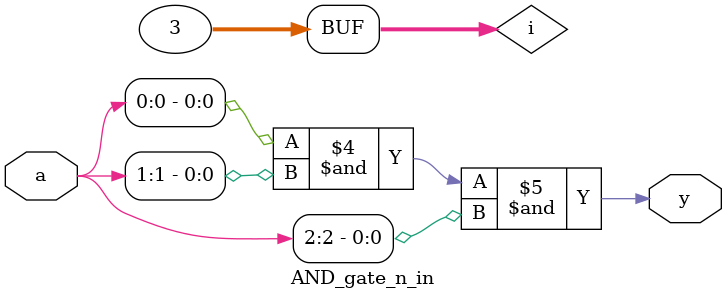
<source format=v>
module AND_gate_n_in #(parameter size = 3) (input [size-1:0] a, output reg y);
    integer i;
    always @(*) begin
        y = 1;
        for (i = 0; i < size; i = i + 1) begin
            y = y & a[i];
        end
    end
endmodule
</source>
